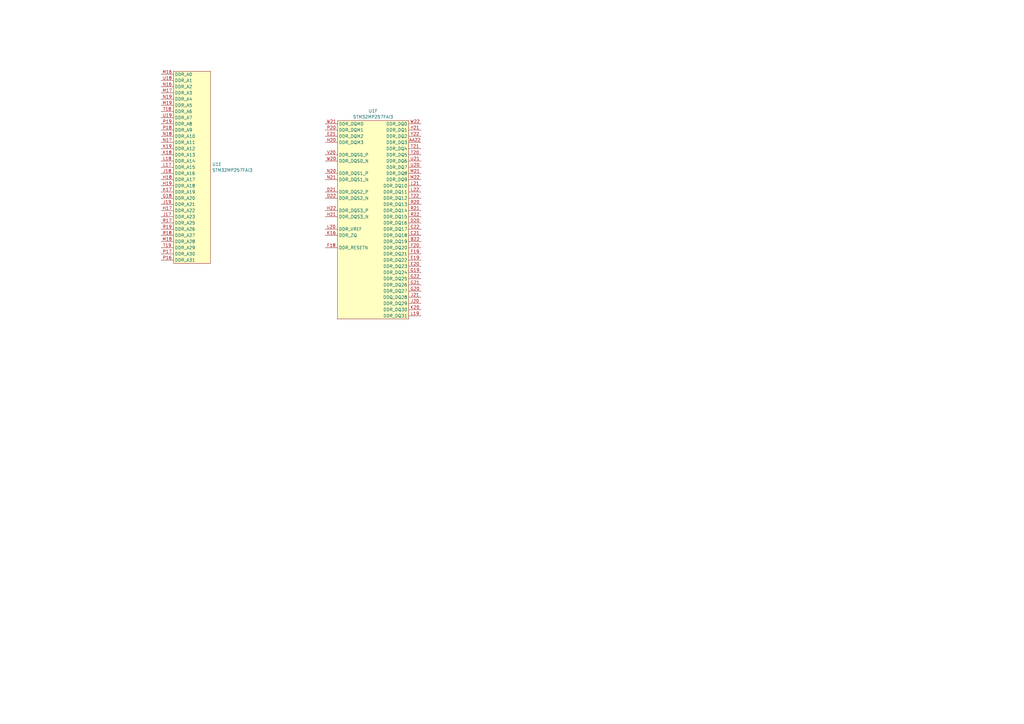
<source format=kicad_sch>
(kicad_sch (version 20231120) (generator "eeschema") (generator_version "8.0")
  (paper "A3")
  (title_block (title "AYRTON Main Board") (date "2024-11-15") (rev "0.1") (company "Antikernel Labs") (comment 1 "Andrew D. Zonenberg"))
  (lib_symbols
    (symbol "st-azonenberg:STM32MP257FAI3"
      (property "Reference" "U" (at 0 -1.016 0))
      (property "Value" "STM32MP257FAI3" (at 0 -3.048 0))
      (symbol "STM32MP257FAI3_1_1"
        (rectangle (start 0 33.02) (end 12.7 0) (fill (type background)))
        (pin input line (at -5.08 16.51 0) (length 5.08) (name "OSC32_IN") (number "R1"))
        (pin output line (at -5.08 13.97 0) (length 5.08) (name "OSC32_OUT") (number "R2"))
        (pin no_connect line (at -5.08 1.27 0) (length 5.08) (name "DNU") (number "U16"))
        (pin output line (at -5.08 6.35 0) (length 5.08) (name "OSC_OUT") (number "V2"))
        (pin input line (at -5.08 8.89 0) (length 5.08) (name "OSC_IN") (number "V3"))
        (pin input line (at -5.08 24.13 0) (length 5.08) (name "ANA0") (number "V5"))
        (pin input line (at -5.08 21.59 0) (length 5.08) (name "ANA1") (number "V6"))
        (pin power_in line (at -5.08 29.21 0) (length 5.08) (name "VREF-") (number "W5"))
        (pin power_in line (at -5.08 31.75 0) (length 5.08) (name "VREF+") (number "Y5"))
      )
      (symbol "STM32MP257FAI3_2_1"
        (rectangle (start 0 33.02) (end 25.4 0) (fill (type background)))
        (pin input line (at -5.08 8.89 0) (length 5.08) (name "JTCK") (number "AA1"))
        (pin input line (at -5.08 11.43 0) (length 5.08) (name "NJTRST") (number "AA2"))
        (pin input line (at -5.08 6.35 0) (length 5.08) (name "JTDI") (number "AB2"))
        (pin input line (at -5.08 21.59 0) (length 5.08) (name "BOOT1") (number "R3"))
        (pin input line (at -5.08 24.13 0) (length 5.08) (name "BOOT0") (number "R4"))
        (pin input line (at -5.08 16.51 0) (length 5.08) (name "BOOT3") (number "T1"))
        (pin input line (at -5.08 19.05 0) (length 5.08) (name "BOOT2") (number "T2"))
        (pin output line (at 30.48 31.75 180) (length 5.08) (name "NRSTC1MS") (number "T3"))
        (pin output line (at 30.48 21.59 180) (length 5.08) (name "PWR_ON") (number "T5"))
        (pin output line (at 30.48 26.67 180) (length 5.08) (name "PWR_CPU_ON") (number "T6"))
        (pin input line (at -5.08 29.21 0) (length 5.08) (name "PDR_ON") (number "T7"))
        (pin bidirectional line (at -5.08 31.75 0) (length 5.08) (name "NRST") (number "U3"))
        (pin output line (at 30.48 24.13 180) (length 5.08) (name "PWR_LP") (number "U4"))
        (pin output line (at -5.08 3.81 0) (length 5.08) (name "JTDO") (number "W1"))
        (pin input line (at -5.08 1.27 0) (length 5.08) (name "JTMS") (number "Y1"))
      )
      (symbol "STM32MP257FAI3_3_1"
        (rectangle (start 0 27.94) (end 19.05 0) (fill (type background)))
        (pin bidirectional line (at -5.08 19.05 0) (length 5.08) (name "USBH_HS_DP") (number "AA16"))
        (pin bidirectional line (at -5.08 16.51 0) (length 5.08) (name "USBH_HS_DM") (number "AB16"))
        (pin bidirectional line (at -5.08 26.67 0) (length 5.08) (name "UCPD1_CC1") (number "T15"))
        (pin bidirectional line (at -5.08 24.13 0) (length 5.08) (name "UCPD1_CC2") (number "T17"))
        (pin input line (at -5.08 3.81 0) (length 5.08) (name "USBH_HS_TXRTUNE") (number "V16"))
        (pin input line (at -5.08 1.27 0) (length 5.08) (name "USB3DR_TXRTUNE") (number "V17"))
        (pin bidirectional line (at -5.08 11.43 0) (length 5.08) (name "USB3DR_DP") (number "W17"))
        (pin bidirectional line (at -5.08 8.89 0) (length 5.08) (name "USB3DR_DM") (number "Y17"))
      )
      (symbol "STM32MP257FAI3_4_1"
        (rectangle (start 0 25.4) (end 11.43 0) (fill (type background)))
        (pin input line (at -5.08 13.97 0) (length 5.08) (name "CSI_D0N") (number "B5"))
        (pin input line (at -5.08 16.51 0) (length 5.08) (name "CSI_D0P") (number "C5"))
        (pin input line (at -5.08 21.59 0) (length 5.08) (name "CSI_CKP") (number "C6"))
        (pin input line (at -5.08 24.13 0) (length 5.08) (name "CSI_CKN") (number "D6"))
        (pin input line (at -5.08 8.89 0) (length 5.08) (name "CSI_D1P") (number "D7"))
        (pin input line (at -5.08 1.27 0) (length 5.08) (name "CSI_REXT") (number "E6"))
        (pin input line (at -5.08 6.35 0) (length 5.08) (name "CSI_D1N") (number "E7"))
      )
      (symbol "STM32MP257FAI3_5_1"
        (rectangle (start 0 78.74) (end 15.24 0) (fill (type background)))
        (pin output line (at -5.08 26.67 0) (length 5.08) (name "DDR_A20") (number "G18"))
        (pin output line (at -5.08 21.59 0) (length 5.08) (name "DDR_A22") (number "H17"))
        (pin output line (at -5.08 34.29 0) (length 5.08) (name "DDR_A17") (number "H18"))
        (pin output line (at -5.08 31.75 0) (length 5.08) (name "DDR_A18") (number "H19"))
        (pin output line (at -5.08 19.05 0) (length 5.08) (name "DDR_A23") (number "J17"))
        (pin output line (at -5.08 36.83 0) (length 5.08) (name "DDR_A16") (number "J18"))
        (pin output line (at -5.08 24.13 0) (length 5.08) (name "DDR_A21") (number "J19"))
        (pin output line (at -5.08 29.21 0) (length 5.08) (name "DDR_A19") (number "K17"))
        (pin output line (at -5.08 44.45 0) (length 5.08) (name "DDR_A13") (number "K18"))
        (pin output line (at -5.08 46.99 0) (length 5.08) (name "DDR_A12") (number "K19"))
        (pin output line (at -5.08 39.37 0) (length 5.08) (name "DDR_A15") (number "L17"))
        (pin output line (at -5.08 41.91 0) (length 5.08) (name "DDR_A14") (number "L18"))
        (pin output line (at -5.08 77.47 0) (length 5.08) (name "DDR_A0") (number "M16"))
        (pin output line (at -5.08 69.85 0) (length 5.08) (name "DDR_A3") (number "M17"))
        (pin output line (at -5.08 8.89 0) (length 5.08) (name "DDR_A28") (number "M18"))
        (pin output line (at -5.08 64.77 0) (length 5.08) (name "DDR_A5") (number "M19"))
        (pin output line (at -5.08 72.39 0) (length 5.08) (name "DDR_A2") (number "N16"))
        (pin output line (at -5.08 49.53 0) (length 5.08) (name "DDR_A11") (number "N17"))
        (pin output line (at -5.08 52.07 0) (length 5.08) (name "DDR_A10") (number "N18"))
        (pin output line (at -5.08 67.31 0) (length 5.08) (name "DDR_A4") (number "N19"))
        (pin output line (at -5.08 1.27 0) (length 5.08) (name "DDR_A31") (number "P16"))
        (pin output line (at -5.08 3.81 0) (length 5.08) (name "DDR_A30") (number "P17"))
        (pin output line (at -5.08 54.61 0) (length 5.08) (name "DDR_A9") (number "P18"))
        (pin output line (at -5.08 57.15 0) (length 5.08) (name "DDR_A8") (number "P19"))
        (pin output line (at -5.08 16.51 0) (length 5.08) (name "DDR_A25") (number "R17"))
        (pin output line (at -5.08 11.43 0) (length 5.08) (name "DDR_A27") (number "R18"))
        (pin output line (at -5.08 13.97 0) (length 5.08) (name "DDR_A26") (number "R19"))
        (pin output line (at -5.08 62.23 0) (length 5.08) (name "DDR_A6") (number "T18"))
        (pin output line (at -5.08 6.35 0) (length 5.08) (name "DDR_A29") (number "T19"))
        (pin output line (at -5.08 74.93 0) (length 5.08) (name "DDR_A1") (number "U18"))
        (pin output line (at -5.08 59.69 0) (length 5.08) (name "DDR_A7") (number "U19"))
      )
      (symbol "STM32MP257FAI3_6_1"
        (rectangle (start 0 81.28) (end 29.21 0) (fill (type background)))
        (pin bidirectional line (at 34.29 72.39 180) (length 5.08) (name "DDR_DQ3") (number "AA22"))
        (pin bidirectional line (at 34.29 31.75 180) (length 5.08) (name "DDR_DQ19") (number "B22"))
        (pin bidirectional line (at 34.29 34.29 180) (length 5.08) (name "DDR_DQ18") (number "C21"))
        (pin bidirectional line (at 34.29 36.83 180) (length 5.08) (name "DDR_DQ17") (number "C22"))
        (pin bidirectional line (at 34.29 39.37 180) (length 5.08) (name "DDR_DQ16") (number "D20"))
        (pin bidirectional line (at -5.08 52.07 0) (length 5.08) (name "DDR_DQS2_P") (number "D21"))
        (pin bidirectional line (at -5.08 49.53 0) (length 5.08) (name "DDR_DQS2_N") (number "D22"))
        (pin bidirectional line (at 34.29 24.13 180) (length 5.08) (name "DDR_DQ22") (number "E19"))
        (pin bidirectional line (at 34.29 21.59 180) (length 5.08) (name "DDR_DQ23") (number "E20"))
        (pin output line (at -5.08 74.93 0) (length 5.08) (name "DDR_DQM2") (number "E21"))
        (pin output line (at -5.08 29.21 0) (length 5.08) (name "DDR_RESETN") (number "F18"))
        (pin bidirectional line (at 34.29 26.67 180) (length 5.08) (name "DDR_DQ21") (number "F19"))
        (pin bidirectional line (at 34.29 29.21 180) (length 5.08) (name "DDR_DQ20") (number "F20"))
        (pin bidirectional line (at 34.29 19.05 180) (length 5.08) (name "DDR_DQ24") (number "G19"))
        (pin bidirectional line (at 34.29 11.43 180) (length 5.08) (name "DDR_DQ27") (number "G20"))
        (pin bidirectional line (at 34.29 13.97 180) (length 5.08) (name "DDR_DQ26") (number "G21"))
        (pin bidirectional line (at 34.29 16.51 180) (length 5.08) (name "DDR_DQ25") (number "G22"))
        (pin output line (at -5.08 72.39 0) (length 5.08) (name "DDR_DQM3") (number "H20"))
        (pin bidirectional line (at -5.08 41.91 0) (length 5.08) (name "DDR_DQS3_N") (number "H21"))
        (pin bidirectional line (at -5.08 44.45 0) (length 5.08) (name "DDR_DQS3_P") (number "H22"))
        (pin bidirectional line (at 34.29 6.35 180) (length 5.08) (name "DDR_DQ29") (number "J20"))
        (pin bidirectional line (at 34.29 8.89 180) (length 5.08) (name "DDQ_DQ28") (number "J21"))
        (pin input line (at -5.08 34.29 0) (length 5.08) (name "DDR_ZQ") (number "K16"))
        (pin bidirectional line (at 34.29 3.81 180) (length 5.08) (name "DDR_DQ30") (number "K20"))
        (pin bidirectional line (at 34.29 1.27 180) (length 5.08) (name "DDR_DQ31") (number "L19"))
        (pin input line (at -5.08 36.83 0) (length 5.08) (name "DDR_VREF") (number "L20"))
        (pin bidirectional line (at 34.29 54.61 180) (length 5.08) (name "DDR_DQ10") (number "L21"))
        (pin bidirectional line (at 34.29 52.07 180) (length 5.08) (name "DDR_DQ11") (number "L22"))
        (pin bidirectional line (at 34.29 59.69 180) (length 5.08) (name "DDR_DQ8") (number "M21"))
        (pin bidirectional line (at 34.29 57.15 180) (length 5.08) (name "DDR_DQ9") (number "M22"))
        (pin bidirectional line (at -5.08 59.69 0) (length 5.08) (name "DDR_DQS1_P") (number "N20"))
        (pin bidirectional line (at -5.08 57.15 0) (length 5.08) (name "DDR_DQS1_N") (number "N21"))
        (pin output line (at -5.08 77.47 0) (length 5.08) (name "DDR_DQM1") (number "P20"))
        (pin bidirectional line (at 34.29 46.99 180) (length 5.08) (name "DDR_DQ13") (number "R20"))
        (pin bidirectional line (at 34.29 44.45 180) (length 5.08) (name "DDR_DQ14") (number "R21"))
        (pin bidirectional line (at 34.29 41.91 180) (length 5.08) (name "DDR_DQ15") (number "R22"))
        (pin bidirectional line (at 34.29 67.31 180) (length 5.08) (name "DDR_DQ5") (number "T20"))
        (pin bidirectional line (at 34.29 69.85 180) (length 5.08) (name "DDR_DQ4") (number "T21"))
        (pin bidirectional line (at 34.29 49.53 180) (length 5.08) (name "DDR_DQ12") (number "T22"))
        (pin bidirectional line (at 34.29 62.23 180) (length 5.08) (name "DDR_DQ7") (number "U20"))
        (pin bidirectional line (at 34.29 64.77 180) (length 5.08) (name "DDR_DQ6") (number "U21"))
        (pin bidirectional line (at -5.08 67.31 0) (length 5.08) (name "DDR_DQS0_P") (number "V20"))
        (pin bidirectional line (at -5.08 64.77 0) (length 5.08) (name "DDR_DQS0_N") (number "W20"))
        (pin output line (at -5.08 80.01 0) (length 5.08) (name "DDR_DQM0") (number "W21"))
        (pin bidirectional line (at 34.29 80.01 180) (length 5.08) (name "DDR_DQ0") (number "W22"))
        (pin bidirectional line (at 34.29 77.47 180) (length 5.08) (name "DDR_DQ1") (number "Y21"))
        (pin bidirectional line (at 34.29 74.93 180) (length 5.08) (name "DDR_DQ2") (number "Y22"))
      )
      (symbol "STM32MP257FAI3_7_1"
        (rectangle (start 0 40.64) (end 10.16 0) (fill (type background)))
        (pin output line (at -5.08 8.89 0) (length 5.08) (name "DSI_D3P") (number "A7"))
        (pin output line (at -5.08 39.37 0) (length 5.08) (name "DSI_CKP") (number "A8"))
        (pin output line (at -5.08 6.35 0) (length 5.08) (name "DSI_D3N") (number "B7"))
        (pin output line (at -5.08 36.83 0) (length 5.08) (name "DSI_CKN") (number "B8"))
        (pin output line (at -5.08 29.21 0) (length 5.08) (name "DSI_D0N") (number "B9"))
        (pin output line (at -5.08 16.51 0) (length 5.08) (name "DSI_D2P") (number "C8"))
        (pin output line (at -5.08 31.75 0) (length 5.08) (name "DSI_D0P") (number "C9"))
        (pin output line (at -5.08 13.97 0) (length 5.08) (name "DSI_D2N") (number "D8"))
        (pin output line (at -5.08 24.13 0) (length 5.08) (name "DSI_D1P") (number "D9"))
        (pin input line (at -5.08 1.27 0) (length 5.08) (name "DSI_REXT") (number "E8"))
        (pin output line (at -5.08 21.59 0) (length 5.08) (name "DSI_D1N") (number "E9"))
      )
      (symbol "STM32MP257FAI3_8_1"
        (rectangle (start 0 35.56) (end 12.7 0) (fill (type background)))
        (pin output line (at -5.08 24.13 0) (length 5.08) (name "LVDS1_D1N") (number "D1"))
        (pin output line (at -5.08 26.67 0) (length 5.08) (name "LVDS1_D1P") (number "D2"))
        (pin output line (at -5.08 31.75 0) (length 5.08) (name "LVDS1_D0N") (number "D3"))
        (pin output line (at -5.08 34.29 0) (length 5.08) (name "LVDS1_D0P") (number "D4"))
        (pin output line (at -5.08 19.05 0) (length 5.08) (name "LVDS1_D2P") (number "E3"))
        (pin output line (at -5.08 16.51 0) (length 5.08) (name "LVDS1_D2N") (number "E4"))
        (pin output line (at -5.08 11.43 0) (length 5.08) (name "LVDS1_D3P") (number "F2"))
        (pin output line (at -5.08 8.89 0) (length 5.08) (name "LVDS1_D3N") (number "F3"))
        (pin output line (at -5.08 3.81 0) (length 5.08) (name "LVDS1_D4P") (number "F4"))
        (pin output line (at -5.08 1.27 0) (length 5.08) (name "LVDS1_D4N") (number "F5"))
      )
      (symbol "STM32MP257FAI3_9_1"
        (rectangle (start 0 35.56) (end 12.7 0) (fill (type background)))
        (pin output line (at -5.08 26.67 0) (length 5.08) (name "LVDS2_D1P") (number "A2"))
        (pin output line (at -5.08 24.13 0) (length 5.08) (name "LVDS2_D1N") (number "A3"))
        (pin output line (at -5.08 34.29 0) (length 5.08) (name "LVDS2_D0P") (number "A4"))
        (pin output line (at -5.08 3.81 0) (length 5.08) (name "LVDS2_D4P") (number "B1"))
        (pin output line (at -5.08 1.27 0) (length 5.08) (name "LVDS2_D4N") (number "B2"))
        (pin output line (at -5.08 16.51 0) (length 5.08) (name "LVDS2_D2N") (number "B3"))
        (pin output line (at -5.08 31.75 0) (length 5.08) (name "LVDS2_D0N") (number "B4"))
        (pin output line (at -5.08 11.43 0) (length 5.08) (name "LVDS2_D3P") (number "C1"))
        (pin output line (at -5.08 8.89 0) (length 5.08) (name "LVDS2_D3N") (number "C2"))
        (pin output line (at -5.08 19.05 0) (length 5.08) (name "LVDS2_D2P") (number "C3"))
      )
      (symbol "STM32MP257FAI3_10_1"
        (rectangle (start 0 33.02) (end 17.78 0) (fill (type background)))
        (pin input line (at -5.08 29.21 0) (length 5.08) (name "PCIE_CLKINN") (number "AA18"))
        (pin output line (at -5.08 3.81 0) (length 5.08) (name "COMBOPHY_TX1P") (number "AA19"))
        (pin input line (at -5.08 11.43 0) (length 5.08) (name "COMBOPHY_RX1P") (number "AA20"))
        (pin output line (at -5.08 24.13 0) (length 5.08) (name "PCIE_CLKOUTP") (number "AA21"))
        (pin output line (at -5.08 1.27 0) (length 5.08) (name "COMBOPHY_TX1N") (number "AB19"))
        (pin input line (at -5.08 8.89 0) (length 5.08) (name "COMBOPHY_RX1N") (number "AB20"))
        (pin output line (at -5.08 21.59 0) (length 5.08) (name "PCIE_CLKOUTN") (number "AB21"))
        (pin input line (at -5.08 31.75 0) (length 5.08) (name "PCIE_CLKINP") (number "Y18"))
        (pin passive line (at -5.08 16.51 0) (length 5.08) (name "COMBOPHY_REXT") (number "Y20"))
      )
      (symbol "STM32MP257FAI3_11_1"
        (rectangle (start 0 40.64) (end 21.59 0) (fill (type background)))
        (pin bidirectional line (at -5.08 1.27 0) (length 5.08) (name "PA15") (number "T10"))
        (pin bidirectional line (at -5.08 16.51 0) (length 5.08) (name "PA9") (number "T12"))
        (pin bidirectional line (at -5.08 31.75 0) (length 5.08) (name "PA3") (number "T14"))
        (pin bidirectional line (at -5.08 3.81 0) (length 5.08) (name "PA14") (number "U10"))
        (pin bidirectional line (at -5.08 8.89 0) (length 5.08) (name "PA12") (number "U12"))
        (pin bidirectional line (at -5.08 13.97 0) (length 5.08) (name "PA10") (number "U13"))
        (pin bidirectional line (at -5.08 24.13 0) (length 5.08) (name "PA6") (number "V14"))
        (pin bidirectional line (at -5.08 36.83 0) (length 5.08) (name "PA1") (number "V15"))
        (pin bidirectional line (at -5.08 11.43 0) (length 5.08) (name "PA11") (number "W12"))
        (pin bidirectional line (at -5.08 34.29 0) (length 5.08) (name "PA2") (number "W13"))
        (pin bidirectional line (at -5.08 19.05 0) (length 5.08) (name "PA8") (number "W15"))
        (pin bidirectional line (at -5.08 6.35 0) (length 5.08) (name "PA13") (number "Y12"))
        (pin bidirectional line (at -5.08 26.67 0) (length 5.08) (name "PA5") (number "Y13"))
        (pin bidirectional line (at -5.08 21.59 0) (length 5.08) (name "PA7") (number "Y14"))
        (pin bidirectional line (at -5.08 29.21 0) (length 5.08) (name "PA4") (number "Y15"))
        (pin bidirectional line (at -5.08 39.37 0) (length 5.08) (name "PA0") (number "Y2"))
      )
      (symbol "STM32MP257FAI3_12_1"
        (polyline (pts (xy 19.05 39.37) (xy 20.32 39.37) (xy 20.32 11.43) (xy 19.05 11.43)))
        (rectangle (start 0 40.64) (end 22.86 0) (fill (type background)))
        (text "VDDIO4" (at 21.59 25.654 900) (effects (font (size 1.27 1.27))))
        (pin bidirectional line (at -5.08 13.97 0) (length 5.08) (name "PB10") (number "A11"))
        (pin bidirectional line (at -5.08 16.51 0) (length 5.08) (name "PB9") (number "A12"))
        (pin bidirectional line (at -5.08 1.27 0) (length 5.08) (name "PB15") (number "AB4"))
        (pin bidirectional line (at -5.08 26.67 0) (length 5.08) (name "PB5") (number "B11"))
        (pin bidirectional line (at -5.08 11.43 0) (length 5.08) (name "PB11") (number "B12"))
        (pin bidirectional line (at -5.08 8.89 0) (length 5.08) (name "PB12") (number "B20"))
        (pin bidirectional line (at -5.08 34.29 0) (length 5.08) (name "PB2") (number "C10"))
        (pin bidirectional line (at -5.08 39.37 0) (length 5.08) (name "PB0") (number "C11"))
        (pin bidirectional line (at -5.08 24.13 0) (length 5.08) (name "PB6") (number "C12"))
        (pin bidirectional line (at -5.08 3.81 0) (length 5.08) (name "PB14") (number "C20"))
        (pin bidirectional line (at -5.08 29.21 0) (length 5.08) (name "PB4") (number "D10"))
        (pin bidirectional line (at -5.08 36.83 0) (length 5.08) (name "PB1") (number "D11"))
        (pin bidirectional line (at -5.08 21.59 0) (length 5.08) (name "PB7") (number "D12"))
        (pin bidirectional line (at -5.08 6.35 0) (length 5.08) (name "PB13") (number "D19"))
        (pin bidirectional line (at -5.08 31.75 0) (length 5.08) (name "PB3") (number "E10"))
        (pin bidirectional line (at -5.08 19.05 0) (length 5.08) (name "PB8") (number "G11"))
      )
      (symbol "STM32MP257FAI3_13_1"
        (rectangle (start 0 35.56) (end 21.59 0) (fill (type background)))
        (pin bidirectional line (at -5.08 19.05 0) (length 5.08) (name "PC6") (number "AA10"))
        (pin bidirectional line (at -5.08 34.29 0) (length 5.08) (name "PC0") (number "AA12"))
        (pin bidirectional line (at -5.08 6.35 0) (length 5.08) (name "PC11") (number "AB7"))
        (pin bidirectional line (at -5.08 16.51 0) (length 5.08) (name "PC7") (number "AF9"))
        (pin bidirectional line (at -5.08 8.89 0) (length 5.08) (name "PC10") (number "AG10"))
        (pin bidirectional line (at -5.08 1.27 0) (length 5.08) (name "PC13") (number "P6"))
        (pin bidirectional line (at -5.08 11.43 0) (length 5.08) (name "PC9") (number "U8"))
        (pin bidirectional line (at -5.08 21.59 0) (length 5.08) (name "PC5") (number "U9"))
        (pin bidirectional line (at -5.08 31.75 0) (length 5.08) (name "PC1") (number "V11"))
        (pin bidirectional line (at -5.08 13.97 0) (length 5.08) (name "PC8") (number "V8"))
        (pin bidirectional line (at -5.08 24.13 0) (length 5.08) (name "PC4") (number "V9"))
        (pin bidirectional line (at -5.08 26.67 0) (length 5.08) (name "PC3") (number "W9"))
        (pin bidirectional line (at -5.08 29.21 0) (length 5.08) (name "PC2") (number "Y11"))
        (pin bidirectional line (at -5.08 3.81 0) (length 5.08) (name "PC12") (number "Y7"))
      )
      (symbol "STM32MP257FAI3_14_1"
        (polyline (pts (xy 19.05 39.37) (xy 20.32 39.37) (xy 20.32 11.43) (xy 19.05 11.43)))
        (rectangle (start 0 40.64) (end 22.86 0) (fill (type background)))
        (text "VDDIO3" (at 21.59 25.654 900) (effects (font (size 1.27 1.27))))
        (pin bidirectional line (at -5.08 24.13 0) (length 5.08) (name "PD6") (number "A15"))
        (pin bidirectional line (at -5.08 8.89 0) (length 5.08) (name "PD12") (number "A21"))
        (pin bidirectional line (at -5.08 16.51 0) (length 5.08) (name "PD9") (number "B13"))
        (pin bidirectional line (at -5.08 26.67 0) (length 5.08) (name "PD5") (number "B15"))
        (pin bidirectional line (at -5.08 6.35 0) (length 5.08) (name "PD13") (number "B21"))
        (pin bidirectional line (at -5.08 19.05 0) (length 5.08) (name "PD8") (number "C13"))
        (pin bidirectional line (at -5.08 29.21 0) (length 5.08) (name "PD4") (number "C14"))
        (pin bidirectional line (at -5.08 31.75 0) (length 5.08) (name "PD3") (number "C15"))
        (pin bidirectional line (at -5.08 13.97 0) (length 5.08) (name "PD10") (number "D13"))
        (pin bidirectional line (at -5.08 39.37 0) (length 5.08) (name "PD0") (number "D14"))
        (pin bidirectional line (at -5.08 21.59 0) (length 5.08) (name "PD7") (number "D15"))
        (pin bidirectional line (at -5.08 11.43 0) (length 5.08) (name "PD11") (number "E13"))
        (pin bidirectional line (at -5.08 34.29 0) (length 5.08) (name "PD2") (number "E14"))
        (pin bidirectional line (at -5.08 36.83 0) (length 5.08) (name "PD1") (number "E15"))
        (pin bidirectional line (at -5.08 1.27 0) (length 5.08) (name "PD15") (number "F16"))
        (pin bidirectional line (at -5.08 3.81 0) (length 5.08) (name "PD14") (number "G15"))
      )
      (symbol "STM32MP257FAI3_15_1"
        (polyline (pts (xy 19.05 24.13) (xy 20.32 24.13) (xy 20.32 1.27) (xy 19.05 1.27)))
        (polyline (pts (xy 19.05 39.37) (xy 20.32 39.37) (xy 20.32 26.67) (xy 19.05 26.67)))
        (rectangle (start 0 40.64) (end 22.86 0) (fill (type background)))
        (text "VDDIO1" (at 21.844 33.02 900) (effects (font (size 1.27 1.27))))
        (text "VDDIO2" (at 21.844 12.7 900) (effects (font (size 1.27 1.27))))
        (pin bidirectional line (at -5.08 39.37 0) (length 5.08) (name "PE0") (number "A16"))
        (pin bidirectional line (at -5.08 13.97 0) (length 5.08) (name "PE10") (number "A19"))
        (pin bidirectional line (at -5.08 3.81 0) (length 5.08) (name "PE14") (number "A20"))
        (pin bidirectional line (at -5.08 36.83 0) (length 5.08) (name "PE1") (number "B16"))
        (pin bidirectional line (at -5.08 29.21 0) (length 5.08) (name "PE4") (number "B17"))
        (pin bidirectional line (at -5.08 6.35 0) (length 5.08) (name "PE13") (number "B19"))
        (pin bidirectional line (at -5.08 34.29 0) (length 5.08) (name "PE2") (number "C16"))
        (pin bidirectional line (at -5.08 26.67 0) (length 5.08) (name "PE5") (number "C17"))
        (pin bidirectional line (at -5.08 19.05 0) (length 5.08) (name "PE8") (number "C18"))
        (pin bidirectional line (at -5.08 8.89 0) (length 5.08) (name "PE12") (number "C19"))
        (pin bidirectional line (at -5.08 31.75 0) (length 5.08) (name "PE3") (number "D16"))
        (pin bidirectional line (at -5.08 21.59 0) (length 5.08) (name "PE7") (number "D17"))
        (pin bidirectional line (at -5.08 16.51 0) (length 5.08) (name "PE9") (number "D18"))
        (pin bidirectional line (at -5.08 24.13 0) (length 5.08) (name "PE6") (number "E16"))
        (pin bidirectional line (at -5.08 11.43 0) (length 5.08) (name "PE11") (number "E17"))
        (pin bidirectional line (at -5.08 1.27 0) (length 5.08) (name "PE15") (number "F17"))
      )
      (symbol "STM32MP257FAI3_16_1"
        (rectangle (start 0 40.64) (end 21.59 0) (fill (type background)))
        (pin bidirectional line (at -5.08 16.51 0) (length 5.08) (name "PF9") (number "AA7"))
        (pin bidirectional line (at -5.08 19.05 0) (length 5.08) (name "PF8") (number "AA8"))
        (pin bidirectional line (at -5.08 24.13 0) (length 5.08) (name "PF6") (number "AB8"))
        (pin bidirectional line (at -5.08 13.97 0) (length 5.08) (name "PF10") (number "AE5"))
        (pin bidirectional line (at -5.08 3.81 0) (length 5.08) (name "PF14") (number "H1"))
        (pin bidirectional line (at -5.08 8.89 0) (length 5.08) (name "PF12") (number "K3"))
        (pin bidirectional line (at -5.08 6.35 0) (length 5.08) (name "PF13") (number "L4"))
        (pin bidirectional line (at -5.08 1.27 0) (length 5.08) (name "PF15") (number "L7"))
        (pin bidirectional line (at -5.08 21.59 0) (length 5.08) (name "PF7") (number "T9"))
        (pin bidirectional line (at -5.08 34.29 0) (length 5.08) (name "PF2") (number "V10"))
        (pin bidirectional line (at -5.08 39.37 0) (length 5.08) (name "PF0") (number "V12"))
        (pin bidirectional line (at -5.08 31.75 0) (length 5.08) (name "PF3") (number "W10"))
        (pin bidirectional line (at -5.08 36.83 0) (length 5.08) (name "PF1") (number "W11"))
        (pin bidirectional line (at -5.08 29.21 0) (length 5.08) (name "PF4") (number "Y10"))
        (pin bidirectional line (at -5.08 11.43 0) (length 5.08) (name "PF11") (number "Y6"))
        (pin bidirectional line (at -5.08 26.67 0) (length 5.08) (name "PF5") (number "Y9"))
      )
      (symbol "STM32MP257FAI3_17_1"
        (rectangle (start 0 40.64) (end 21.59 0) (fill (type background)))
        (pin bidirectional line (at -5.08 29.21 0) (length 5.08) (name "PG4") (number "AA4"))
        (pin bidirectional line (at -5.08 16.51 0) (length 5.08) (name "PG9") (number "G3"))
        (pin bidirectional line (at -5.08 3.81 0) (length 5.08) (name "PG14") (number "G4"))
        (pin bidirectional line (at -5.08 24.13 0) (length 5.08) (name "PG6") (number "H2"))
        (pin bidirectional line (at -5.08 13.97 0) (length 5.08) (name "PG10") (number "H3"))
        (pin bidirectional line (at -5.08 1.27 0) (length 5.08) (name "PG15") (number "H4"))
        (pin bidirectional line (at -5.08 8.89 0) (length 5.08) (name "PG12") (number "J3"))
        (pin bidirectional line (at -5.08 11.43 0) (length 5.08) (name "PG11") (number "J4"))
        (pin bidirectional line (at -5.08 21.59 0) (length 5.08) (name "PG7") (number "K4"))
        (pin bidirectional line (at -5.08 6.35 0) (length 5.08) (name "PG13") (number "K5"))
        (pin bidirectional line (at -5.08 26.67 0) (length 5.08) (name "PG5") (number "L1"))
        (pin bidirectional line (at -5.08 19.05 0) (length 5.08) (name "PG8") (number "L5"))
        (pin bidirectional line (at -5.08 31.75 0) (length 5.08) (name "PG3") (number "W4"))
        (pin bidirectional line (at -5.08 36.83 0) (length 5.08) (name "PG1") (number "W6"))
        (pin bidirectional line (at -5.08 39.37 0) (length 5.08) (name "PG0") (number "W7"))
        (pin bidirectional line (at -5.08 34.29 0) (length 5.08) (name "PG2") (number "Y4"))
      )
      (symbol "STM32MP257FAI3_18_1"
        (rectangle (start 0 30.48) (end 21.59 0) (fill (type background)))
        (pin bidirectional line (at -5.08 3.81 0) (length 5.08) (name "PH12") (number "AA11"))
        (pin bidirectional line (at -5.08 19.05 0) (length 5.08) (name "PH6") (number "AA14"))
        (pin bidirectional line (at -5.08 21.59 0) (length 5.08) (name "PH5") (number "AA15"))
        (pin bidirectional line (at -5.08 1.27 0) (length 5.08) (name "PH13") (number "AB11"))
        (pin bidirectional line (at -5.08 11.43 0) (length 5.08) (name "PH9") (number "AB12"))
        (pin bidirectional line (at -5.08 24.13 0) (length 5.08) (name "PH4") (number "AB15"))
        (pin bidirectional line (at -5.08 6.35 0) (length 5.08) (name "PH11") (number "T11"))
        (pin bidirectional line (at -5.08 16.51 0) (length 5.08) (name "PH7") (number "T13"))
        (pin bidirectional line (at -5.08 8.89 0) (length 5.08) (name "PH10") (number "U11"))
        (pin bidirectional line (at -5.08 13.97 0) (length 5.08) (name "PH8") (number "U14"))
        (pin bidirectional line (at -5.08 29.21 0) (length 5.08) (name "PH2") (number "V13"))
        (pin bidirectional line (at -5.08 26.67 0) (length 5.08) (name "PH3") (number "W14"))
      )
      (symbol "STM32MP257FAI3_19_1"
        (rectangle (start 0 40.64) (end 21.59 0) (fill (type background)))
        (pin bidirectional line (at -5.08 1.27 0) (length 5.08) (name "PI15") (number "E11"))
        (pin bidirectional line (at -5.08 11.43 0) (length 5.08) (name "PI11") (number "E18"))
        (pin bidirectional line (at -5.08 8.89 0) (length 5.08) (name "PI12") (number "G1"))
        (pin bidirectional line (at -5.08 3.81 0) (length 5.08) (name "PI14") (number "G13"))
        (pin bidirectional line (at -5.08 13.97 0) (length 5.08) (name "PI10") (number "G16"))
        (pin bidirectional line (at -5.08 6.35 0) (length 5.08) (name "PI13") (number "G2"))
        (pin bidirectional line (at -5.08 39.37 0) (length 5.08) (name "PI0") (number "G5"))
        (pin bidirectional line (at -5.08 26.67 0) (length 5.08) (name "PI5") (number "H5"))
        (pin bidirectional line (at -5.08 36.83 0) (length 5.08) (name "PI1") (number "H6"))
        (pin bidirectional line (at -5.08 34.29 0) (length 5.08) (name "PI2") (number "J5"))
        (pin bidirectional line (at -5.08 31.75 0) (length 5.08) (name "PI3") (number "J6"))
        (pin bidirectional line (at -5.08 24.13 0) (length 5.08) (name "PI6") (number "J7"))
        (pin bidirectional line (at -5.08 29.21 0) (length 5.08) (name "PI4") (number "K6"))
        (pin bidirectional line (at -5.08 16.51 0) (length 5.08) (name "PI9") (number "K7"))
        (pin bidirectional line (at -5.08 21.59 0) (length 5.08) (name "PI7") (number "L6"))
        (pin bidirectional line (at -5.08 19.05 0) (length 5.08) (name "PI8") (number "M6"))
      )
      (symbol "STM32MP257FAI3_20_1"
        (rectangle (start 0 40.64) (end 21.59 0) (fill (type background)))
        (pin bidirectional line (at -5.08 31.75 0) (length 5.08) (name "PJ3") (number "AA3"))
        (pin bidirectional line (at -5.08 34.29 0) (length 5.08) (name "PJ2") (number "AB3"))
        (pin bidirectional line (at -5.08 1.27 0) (length 5.08) (name "PJ15") (number "K2"))
        (pin bidirectional line (at -5.08 8.89 0) (length 5.08) (name "PJ12") (number "L2"))
        (pin bidirectional line (at -5.08 3.81 0) (length 5.08) (name "PJ14") (number "L3"))
        (pin bidirectional line (at -5.08 16.51 0) (length 5.08) (name "PJ9") (number "M1"))
        (pin bidirectional line (at -5.08 19.05 0) (length 5.08) (name "PJ8") (number "M2"))
        (pin bidirectional line (at -5.08 13.97 0) (length 5.08) (name "PJ10") (number "M3"))
        (pin bidirectional line (at -5.08 6.35 0) (length 5.08) (name "PJ13") (number "M4"))
        (pin bidirectional line (at -5.08 11.43 0) (length 5.08) (name "PJ11") (number "M5"))
        (pin bidirectional line (at -5.08 39.37 0) (length 5.08) (name "PJ0") (number "U15"))
        (pin bidirectional line (at -5.08 24.13 0) (length 5.08) (name "PJ6") (number "U5"))
        (pin bidirectional line (at -5.08 26.67 0) (length 5.08) (name "PJ5") (number "V4"))
        (pin bidirectional line (at -5.08 21.59 0) (length 5.08) (name "PJ7") (number "W2"))
        (pin bidirectional line (at -5.08 29.21 0) (length 5.08) (name "PJ4") (number "W3"))
        (pin bidirectional line (at -5.08 36.83 0) (length 5.08) (name "PJ1") (number "Y3"))
      )
      (symbol "STM32MP257FAI3_21_1"
        (rectangle (start 0 20.32) (end 21.59 0) (fill (type background)))
        (pin bidirectional line (at -5.08 16.51 0) (length 5.08) (name "PK1") (number "E12"))
        (pin bidirectional line (at -5.08 8.89 0) (length 5.08) (name "PK4") (number "F11"))
        (pin bidirectional line (at -5.08 19.05 0) (length 5.08) (name "PK0") (number "F12"))
        (pin bidirectional line (at -5.08 13.97 0) (length 5.08) (name "PK2") (number "F13"))
        (pin bidirectional line (at -5.08 6.35 0) (length 5.08) (name "PK5") (number "F14"))
        (pin bidirectional line (at -5.08 11.43 0) (length 5.08) (name "PK3") (number "F15"))
        (pin bidirectional line (at -5.08 3.81 0) (length 5.08) (name "PK6") (number "G12"))
        (pin bidirectional line (at -5.08 1.27 0) (length 5.08) (name "PK7") (number "G14"))
      )
      (symbol "STM32MP257FAI3_22_1"
        (rectangle (start 0 25.4) (end 21.59 0) (fill (type background)))
        (pin bidirectional line (at -5.08 1.27 0) (length 5.08) (name "PZ9") (number "N3"))
        (pin bidirectional line (at -5.08 16.51 0) (length 5.08) (name "PZ3") (number "N4"))
        (pin bidirectional line (at -5.08 24.13 0) (length 5.08) (name "PZ0") (number "N5"))
        (pin bidirectional line (at -5.08 21.59 0) (length 5.08) (name "PZ1") (number "N6"))
        (pin bidirectional line (at -5.08 6.35 0) (length 5.08) (name "PZ7") (number "P2"))
        (pin bidirectional line (at -5.08 3.81 0) (length 5.08) (name "PZ8") (number "P3"))
        (pin bidirectional line (at -5.08 19.05 0) (length 5.08) (name "PZ2") (number "P4"))
        (pin bidirectional line (at -5.08 11.43 0) (length 5.08) (name "PZ5") (number "P5"))
        (pin bidirectional line (at -5.08 13.97 0) (length 5.08) (name "PZ4") (number "R5"))
        (pin bidirectional line (at -5.08 8.89 0) (length 5.08) (name "PZ6") (number "R6"))
      )
      (symbol "STM32MP257FAI3_23_1"
        (rectangle (start 0 86.36) (end 30.48 0) (fill (type background)))
        (pin power_in line (at -5.08 57.15 0) (length 5.08) (name "VDDA18LVDS") (number "C4"))
        (pin power_in line (at -5.08 59.69 0) (length 5.08) (name "VDDA18DSI") (number "C7"))
        (pin power_in line (at 35.56 24.13 180) (length 5.08) (name "VDDCSI") (number "D5"))
        (pin power_in line (at -5.08 16.51 0) (length 5.08) (name "VDDIO2") (number "F10"))
        (pin power_in line (at -5.08 64.77 0) (length 5.08) (name "VDDA18CSI") (number "F6"))
        (pin power_in line (at 35.56 21.59 180) (length 5.08) (name "VDDDSI") (number "F7"))
        (pin power_in line (at -5.08 13.97 0) (length 5.08) (name "VDDIO3") (number "F8"))
        (pin power_in line (at -5.08 11.43 0) (length 5.08) (name "VDDIO3") (number "F9"))
        (pin power_in line (at -5.08 19.05 0) (length 5.08) (name "VDDIO1") (number "G10"))
        (pin power_in line (at -5.08 54.61 0) (length 5.08) (name "VDDA18PLL1") (number "G17"))
        (pin power_in line (at 35.56 19.05 180) (length 5.08) (name "VDDLVDS") (number "G7"))
        (pin power_in line (at -5.08 8.89 0) (length 5.08) (name "VDDIO4") (number "G8"))
        (pin power_in line (at -5.08 6.35 0) (length 5.08) (name "VDDIO4") (number "G9"))
        (pin power_in line (at 35.56 64.77 180) (length 5.08) (name "VDDCPU") (number "H11"))
        (pin power_in line (at 35.56 62.23 180) (length 5.08) (name "VDDCPU") (number "H13"))
        (pin power_in line (at 35.56 59.69 180) (length 5.08) (name "VDDCPU") (number "H15"))
        (pin power_in line (at 35.56 85.09 180) (length 5.08) (name "VDDCORE") (number "H7"))
        (pin power_in line (at 35.56 82.55 180) (length 5.08) (name "VDDCORE") (number "H9"))
        (pin power_in line (at 35.56 77.47 180) (length 5.08) (name "VDDCORE") (number "J10"))
        (pin power_in line (at 35.56 57.15 180) (length 5.08) (name "VDDCPU") (number "J12"))
        (pin power_in line (at 35.56 54.61 180) (length 5.08) (name "VDDCPU") (number "J14"))
        (pin power_in line (at -5.08 62.23 0) (length 5.08) (name "VDDA18DDR") (number "J16"))
        (pin power_in line (at 35.56 80.01 180) (length 5.08) (name "VDDCORE") (number "J8"))
        (pin power_in line (at 35.56 72.39 180) (length 5.08) (name "VDDCORE") (number "K11"))
        (pin power_in line (at 35.56 52.07 180) (length 5.08) (name "VDDCPU") (number "K13"))
        (pin power_in line (at -5.08 39.37 0) (length 5.08) (name "VDDQDDR") (number "K15"))
        (pin power_in line (at -5.08 52.07 0) (length 5.08) (name "VDDA18PLL2") (number "K8"))
        (pin power_in line (at 35.56 74.93 180) (length 5.08) (name "VDDCORE") (number "K9"))
        (pin power_in line (at 35.56 69.85 180) (length 5.08) (name "VDDCORE") (number "L10"))
        (pin power_in line (at 35.56 49.53 180) (length 5.08) (name "VDDCPU") (number "L12"))
        (pin power_in line (at -5.08 36.83 0) (length 5.08) (name "VDDQDDR") (number "L16"))
        (pin power_in line (at -5.08 49.53 0) (length 5.08) (name "VDDA18PLL3") (number "L8"))
        (pin power_in line (at 35.56 44.45 180) (length 5.08) (name "VDDGPU") (number "M11"))
        (pin power_in line (at 35.56 41.91 180) (length 5.08) (name "VDDGPU") (number "M13"))
        (pin power_in line (at -5.08 34.29 0) (length 5.08) (name "VDDQDDR") (number "M15"))
        (pin power_in line (at -5.08 85.09 0) (length 5.08) (name "VDD") (number "M9"))
        (pin power_in line (at 35.56 39.37 180) (length 5.08) (name "VDDGPU") (number "N10"))
        (pin power_in line (at 35.56 36.83 180) (length 5.08) (name "VDDGPU") (number "N12"))
        (pin power_in line (at -5.08 31.75 0) (length 5.08) (name "VDDQDDR") (number "N14"))
        (pin power_in line (at -5.08 82.55 0) (length 5.08) (name "VDD") (number "N8"))
        (pin power_in line (at -5.08 77.47 0) (length 5.08) (name "VDD") (number "P11"))
        (pin power_in line (at 35.56 34.29 180) (length 5.08) (name "VDDGPU") (number "P13"))
        (pin power_in line (at -5.08 29.21 0) (length 5.08) (name "VDDQDDR") (number "P15"))
        (pin power_in line (at -5.08 1.27 0) (length 5.08) (name "VBAT") (number "P7"))
        (pin power_in line (at -5.08 80.01 0) (length 5.08) (name "VDD") (number "P9"))
        (pin power_in line (at -5.08 72.39 0) (length 5.08) (name "VDD") (number "R10"))
        (pin power_in line (at 35.56 31.75 180) (length 5.08) (name "VDDGPU") (number "R12"))
        (pin power_in line (at -5.08 26.67 0) (length 5.08) (name "VDDQDDR") (number "R14"))
        (pin power_in line (at -5.08 24.13 0) (length 5.08) (name "VDDQDDR") (number "R16"))
        (pin power_in line (at 35.56 8.89 180) (length 5.08) (name "VDDA18AON") (number "R7"))
        (pin power_in line (at -5.08 74.93 0) (length 5.08) (name "VDD") (number "R8"))
        (pin power_in line (at 35.56 26.67 180) (length 5.08) (name "VDD33UCPD") (number "T16"))
        (pin power_in line (at -5.08 44.45 0) (length 5.08) (name "VDDA18USB") (number "U17"))
        (pin power_in line (at 35.56 16.51 180) (length 5.08) (name "VDDPCIECLK") (number "V18"))
        (pin power_in line (at 35.56 13.97 180) (length 5.08) (name "VDDCOMBOPHY") (number "V19"))
        (pin power_in line (at -5.08 67.31 0) (length 5.08) (name "VDDA18ADC") (number "V7"))
        (pin power_in line (at -5.08 46.99 0) (length 5.08) (name "VDDA18COMBOPHY") (number "W18"))
        (pin power_in line (at 35.56 6.35 180) (length 5.08) (name "VDD33USB") (number "Y16"))
        (pin power_in line (at 35.56 11.43 180) (length 5.08) (name "VDDCOMBOPHYTX") (number "Y19"))
      )
      (symbol "STM32MP257FAI3_24_1"
        (rectangle (start 0 55.88) (end 12.7 0) (fill (type background)))
        (pin power_in line (at -5.08 49.53 0) (length 5.08) (name "VSS") (number "A1"))
        (pin power_in line (at -5.08 46.99 0) (length 5.08) (name "VSS") (number "A22"))
        (pin power_in line (at -5.08 54.61 0) (length 5.08) (name "VSS") (number "AB1"))
        (pin power_in line (at -5.08 52.07 0) (length 5.08) (name "VSS") (number "AB22"))
        (pin power_in line (at -5.08 44.45 0) (length 5.08) (name "VSS") (number "E5"))
        (pin power_in line (at -5.08 41.91 0) (length 5.08) (name "VSS") (number "G6"))
        (pin power_in line (at -5.08 36.83 0) (length 5.08) (name "VSS") (number "H10"))
        (pin power_in line (at -5.08 34.29 0) (length 5.08) (name "VSS") (number "H12"))
        (pin power_in line (at -5.08 31.75 0) (length 5.08) (name "VSS") (number "H14"))
        (pin power_in line (at -5.08 29.21 0) (length 5.08) (name "VSS") (number "H16"))
        (pin power_in line (at -5.08 39.37 0) (length 5.08) (name "VSS") (number "H8"))
        (pin power_in line (at -5.08 24.13 0) (length 5.08) (name "VSS") (number "J11"))
        (pin power_in line (at -5.08 21.59 0) (length 5.08) (name "VSS") (number "J13"))
        (pin power_in line (at -5.08 19.05 0) (length 5.08) (name "VSS") (number "J15"))
        (pin power_in line (at -5.08 26.67 0) (length 5.08) (name "VSS") (number "J9"))
        (pin power_in line (at -5.08 16.51 0) (length 5.08) (name "VSS") (number "K10"))
        (pin power_in line (at -5.08 13.97 0) (length 5.08) (name "VSS") (number "K12"))
        (pin power_in line (at -5.08 11.43 0) (length 5.08) (name "VSS") (number "K14"))
        (pin power_in line (at -5.08 6.35 0) (length 5.08) (name "VSS") (number "L11"))
        (pin power_in line (at -5.08 3.81 0) (length 5.08) (name "VSS") (number "L13"))
        (pin power_in line (at -5.08 1.27 0) (length 5.08) (name "VSS") (number "L15"))
        (pin power_in line (at -5.08 8.89 0) (length 5.08) (name "VSS") (number "L9"))
        (pin power_in line (at 17.78 54.61 180) (length 5.08) (name "VSS") (number "M10"))
        (pin power_in line (at 17.78 52.07 180) (length 5.08) (name "VSS") (number "M12"))
        (pin power_in line (at 17.78 49.53 180) (length 5.08) (name "VSS") (number "M14"))
        (pin power_in line (at 17.78 46.99 180) (length 5.08) (name "VSS") (number "M20"))
        (pin power_in line (at 17.78 39.37 180) (length 5.08) (name "VSS") (number "N11"))
        (pin power_in line (at 17.78 36.83 180) (length 5.08) (name "VSS") (number "N13"))
        (pin power_in line (at 17.78 34.29 180) (length 5.08) (name "VSS") (number "N15"))
        (pin power_in line (at 17.78 44.45 180) (length 5.08) (name "VSS") (number "N7"))
        (pin power_in line (at 17.78 41.91 180) (length 5.08) (name "VSS") (number "N9"))
        (pin power_in line (at 17.78 29.21 180) (length 5.08) (name "VSS") (number "P10"))
        (pin power_in line (at 17.78 26.67 180) (length 5.08) (name "VSS") (number "P12"))
        (pin power_in line (at 17.78 24.13 180) (length 5.08) (name "VSS") (number "P14"))
        (pin power_in line (at 17.78 31.75 180) (length 5.08) (name "VSS") (number "P8"))
        (pin power_in line (at 17.78 19.05 180) (length 5.08) (name "VSS") (number "R11"))
        (pin power_in line (at 17.78 16.51 180) (length 5.08) (name "VSS") (number "R13"))
        (pin power_in line (at 17.78 13.97 180) (length 5.08) (name "VSS") (number "R15"))
        (pin power_in line (at 17.78 21.59 180) (length 5.08) (name "VSS") (number "R9"))
        (pin power_in line (at 17.78 11.43 180) (length 5.08) (name "VSS") (number "T4"))
        (pin power_in line (at 17.78 8.89 180) (length 5.08) (name "VSS") (number "U6"))
        (pin power_in line (at 17.78 3.81 180) (length 5.08) (name "VSS") (number "W16"))
        (pin power_in line (at 17.78 1.27 180) (length 5.08) (name "VSS") (number "W19"))
        (pin power_in line (at 17.78 6.35 180) (length 5.08) (name "VSS") (number "W8"))
      )
    )
  )
  (symbol (lib_id "st-azonenberg:STM32MP257FAI3") (at 138.43 130.81 0) (unit 6)
    (property "Reference" "U1" (at 153.035 45.5125 0))
    (property "Value" "STM32MP257FAI3" (at 153.035 47.9368 0))
  )
  (symbol (lib_id "st-azonenberg:STM32MP257FAI3") (at 71.12 107.95 0) (unit 5)
    (property "Reference" "U1" (at 86.995 67.3678 0) (effects (justify left)))
    (property "Value" "STM32MP257FAI3" (at 86.995 69.7921 0) (effects (justify left)))
  )
)
</source>
